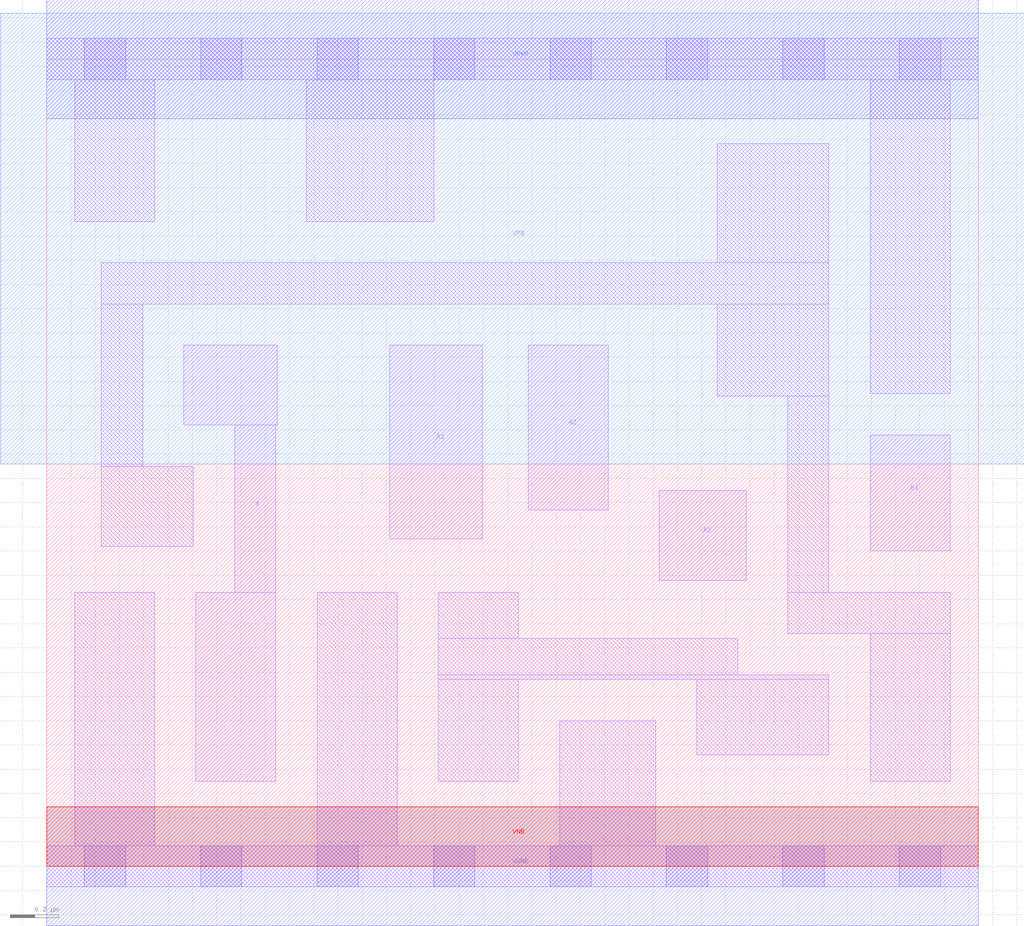
<source format=lef>
# Copyright 2020 The SkyWater PDK Authors
#
# Licensed under the Apache License, Version 2.0 (the "License");
# you may not use this file except in compliance with the License.
# You may obtain a copy of the License at
#
#     https://www.apache.org/licenses/LICENSE-2.0
#
# Unless required by applicable law or agreed to in writing, software
# distributed under the License is distributed on an "AS IS" BASIS,
# WITHOUT WARRANTIES OR CONDITIONS OF ANY KIND, either express or implied.
# See the License for the specific language governing permissions and
# limitations under the License.
#
# SPDX-License-Identifier: Apache-2.0

VERSION 5.7 ;
  NOWIREEXTENSIONATPIN ON ;
  DIVIDERCHAR "/" ;
  BUSBITCHARS "[]" ;
MACRO sky130_fd_sc_hs__o31a_2
  CLASS CORE ;
  FOREIGN sky130_fd_sc_hs__o31a_2 ;
  ORIGIN  0.000000  0.000000 ;
  SIZE  3.840000 BY  3.330000 ;
  SYMMETRY X Y ;
  SITE unit ;
  PIN A1
    ANTENNAGATEAREA  0.261000 ;
    DIRECTION INPUT ;
    USE SIGNAL ;
    PORT
      LAYER li1 ;
        RECT 1.415000 1.350000 1.795000 2.150000 ;
    END
  END A1
  PIN A2
    ANTENNAGATEAREA  0.261000 ;
    DIRECTION INPUT ;
    USE SIGNAL ;
    PORT
      LAYER li1 ;
        RECT 1.985000 1.470000 2.315000 2.150000 ;
    END
  END A2
  PIN A3
    ANTENNAGATEAREA  0.261000 ;
    DIRECTION INPUT ;
    USE SIGNAL ;
    PORT
      LAYER li1 ;
        RECT 2.525000 1.180000 2.885000 1.550000 ;
    END
  END A3
  PIN B1
    ANTENNAGATEAREA  0.261000 ;
    DIRECTION INPUT ;
    USE SIGNAL ;
    PORT
      LAYER li1 ;
        RECT 3.395000 1.300000 3.725000 1.780000 ;
    END
  END B1
  PIN X
    ANTENNADIFFAREA  0.604800 ;
    DIRECTION OUTPUT ;
    USE SIGNAL ;
    PORT
      LAYER li1 ;
        RECT 0.565000 1.820000 0.950000 2.150000 ;
        RECT 0.615000 0.350000 0.945000 1.130000 ;
        RECT 0.775000 1.130000 0.945000 1.820000 ;
    END
  END X
  PIN VGND
    DIRECTION INOUT ;
    USE GROUND ;
    PORT
      LAYER met1 ;
        RECT 0.000000 -0.245000 3.840000 0.245000 ;
    END
  END VGND
  PIN VNB
    DIRECTION INOUT ;
    USE GROUND ;
    PORT
      LAYER pwell ;
        RECT 0.000000 0.000000 3.840000 0.245000 ;
    END
  END VNB
  PIN VPB
    DIRECTION INOUT ;
    USE POWER ;
    PORT
      LAYER nwell ;
        RECT -0.190000 1.660000 4.030000 3.520000 ;
    END
  END VPB
  PIN VPWR
    DIRECTION INOUT ;
    USE POWER ;
    PORT
      LAYER met1 ;
        RECT 0.000000 3.085000 3.840000 3.575000 ;
    END
  END VPWR
  OBS
    LAYER li1 ;
      RECT 0.000000 -0.085000 3.840000 0.085000 ;
      RECT 0.000000  3.245000 3.840000 3.415000 ;
      RECT 0.115000  0.085000 0.445000 1.130000 ;
      RECT 0.115000  2.660000 0.445000 3.245000 ;
      RECT 0.225000  1.320000 0.605000 1.650000 ;
      RECT 0.225000  1.650000 0.395000 2.320000 ;
      RECT 0.225000  2.320000 3.225000 2.490000 ;
      RECT 1.070000  2.660000 1.595000 3.245000 ;
      RECT 1.115000  0.085000 1.445000 1.130000 ;
      RECT 1.615000  0.350000 1.945000 0.770000 ;
      RECT 1.615000  0.770000 3.225000 0.790000 ;
      RECT 1.615000  0.790000 2.850000 0.940000 ;
      RECT 1.615000  0.940000 1.945000 1.130000 ;
      RECT 2.115000  0.085000 2.510000 0.600000 ;
      RECT 2.680000  0.460000 3.225000 0.770000 ;
      RECT 2.765000  1.940000 3.225000 2.320000 ;
      RECT 2.765000  2.490000 3.225000 2.980000 ;
      RECT 3.055000  0.960000 3.725000 1.130000 ;
      RECT 3.055000  1.130000 3.225000 1.940000 ;
      RECT 3.395000  0.350000 3.725000 0.960000 ;
      RECT 3.395000  1.950000 3.725000 3.245000 ;
    LAYER mcon ;
      RECT 0.155000 -0.085000 0.325000 0.085000 ;
      RECT 0.155000  3.245000 0.325000 3.415000 ;
      RECT 0.635000 -0.085000 0.805000 0.085000 ;
      RECT 0.635000  3.245000 0.805000 3.415000 ;
      RECT 1.115000 -0.085000 1.285000 0.085000 ;
      RECT 1.115000  3.245000 1.285000 3.415000 ;
      RECT 1.595000 -0.085000 1.765000 0.085000 ;
      RECT 1.595000  3.245000 1.765000 3.415000 ;
      RECT 2.075000 -0.085000 2.245000 0.085000 ;
      RECT 2.075000  3.245000 2.245000 3.415000 ;
      RECT 2.555000 -0.085000 2.725000 0.085000 ;
      RECT 2.555000  3.245000 2.725000 3.415000 ;
      RECT 3.035000 -0.085000 3.205000 0.085000 ;
      RECT 3.035000  3.245000 3.205000 3.415000 ;
      RECT 3.515000 -0.085000 3.685000 0.085000 ;
      RECT 3.515000  3.245000 3.685000 3.415000 ;
  END
END sky130_fd_sc_hs__o31a_2
END LIBRARY

</source>
